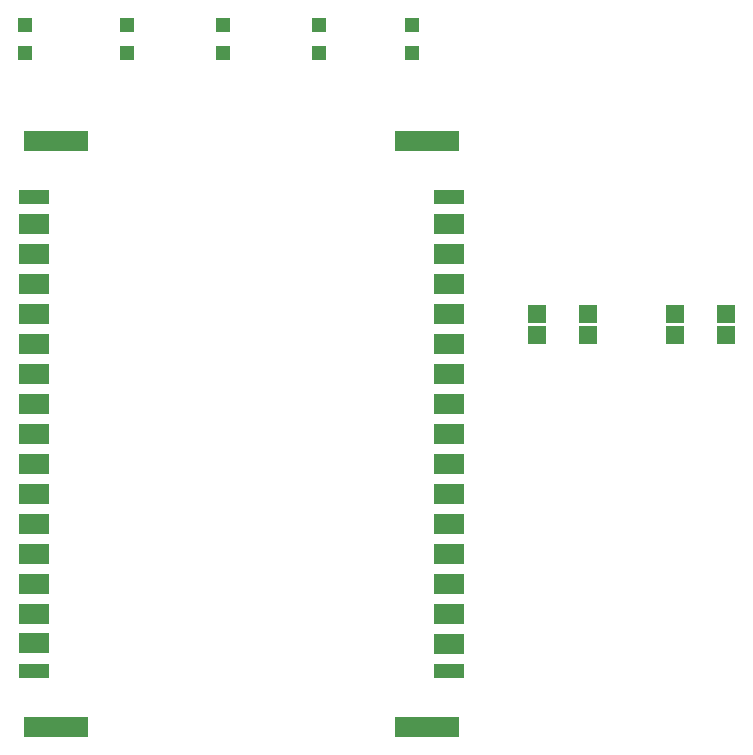
<source format=gbr>
%TF.GenerationSoftware,Altium Limited,Altium Designer,25.2.1 (25)*%
G04 Layer_Color=8421504*
%FSLAX45Y45*%
%MOMM*%
%TF.SameCoordinates,918F7520-6D5E-4649-A0F8-73A0CF3CBC90*%
%TF.FilePolarity,Positive*%
%TF.FileFunction,Paste,Top*%
%TF.Part,Single*%
G01*
G75*
%TA.AperFunction,ConnectorPad*%
%ADD10R,2.54000X1.29000*%
%ADD11R,2.54000X1.78000*%
%ADD12R,5.50000X1.75000*%
%TA.AperFunction,SMDPad,CuDef*%
%ADD13R,1.55620X1.50464*%
%ADD14R,1.15000X1.15000*%
D10*
X6766205Y4766707D02*
D03*
Y753507D02*
D03*
X3248748Y4766975D02*
D03*
X3248305Y753507D02*
D03*
D11*
X6766205Y4030107D02*
D03*
Y4284107D02*
D03*
Y3776107D02*
D03*
Y4538107D02*
D03*
Y3522107D02*
D03*
Y3014107D02*
D03*
Y3268107D02*
D03*
Y2760107D02*
D03*
Y2252107D02*
D03*
Y2506107D02*
D03*
Y1998107D02*
D03*
Y1744107D02*
D03*
Y1490107D02*
D03*
Y982107D02*
D03*
Y1236107D02*
D03*
X3249285Y4537546D02*
D03*
X3248269Y4285659D02*
D03*
X3247253Y4030725D02*
D03*
X3248305Y3776107D02*
D03*
Y3268107D02*
D03*
Y3522107D02*
D03*
Y3014107D02*
D03*
Y2506107D02*
D03*
Y2760107D02*
D03*
Y1998107D02*
D03*
Y1490107D02*
D03*
Y2252107D02*
D03*
X3245765Y1744107D02*
D03*
X3248305Y1236107D02*
D03*
Y984647D02*
D03*
D12*
X6576905Y5242207D02*
D03*
X6579405Y279707D02*
D03*
X3431905Y5242207D02*
D03*
X3434405Y279707D02*
D03*
D13*
X7942598Y3592922D02*
D03*
Y3773078D02*
D03*
X7510168Y3592922D02*
D03*
Y3773078D02*
D03*
X9106079Y3592922D02*
D03*
Y3773079D02*
D03*
X8678089Y3592922D02*
D03*
Y3773079D02*
D03*
D14*
X6447400Y6222300D02*
D03*
Y5987300D02*
D03*
X5660000Y6222300D02*
D03*
Y5987300D02*
D03*
X4847200Y6222300D02*
D03*
Y5987300D02*
D03*
X4034400Y6222300D02*
D03*
Y5987300D02*
D03*
X3170800Y6222300D02*
D03*
Y5987300D02*
D03*
%TF.MD5,00d38e0c3114ab4a1f7895db6e5abe9c*%
M02*

</source>
